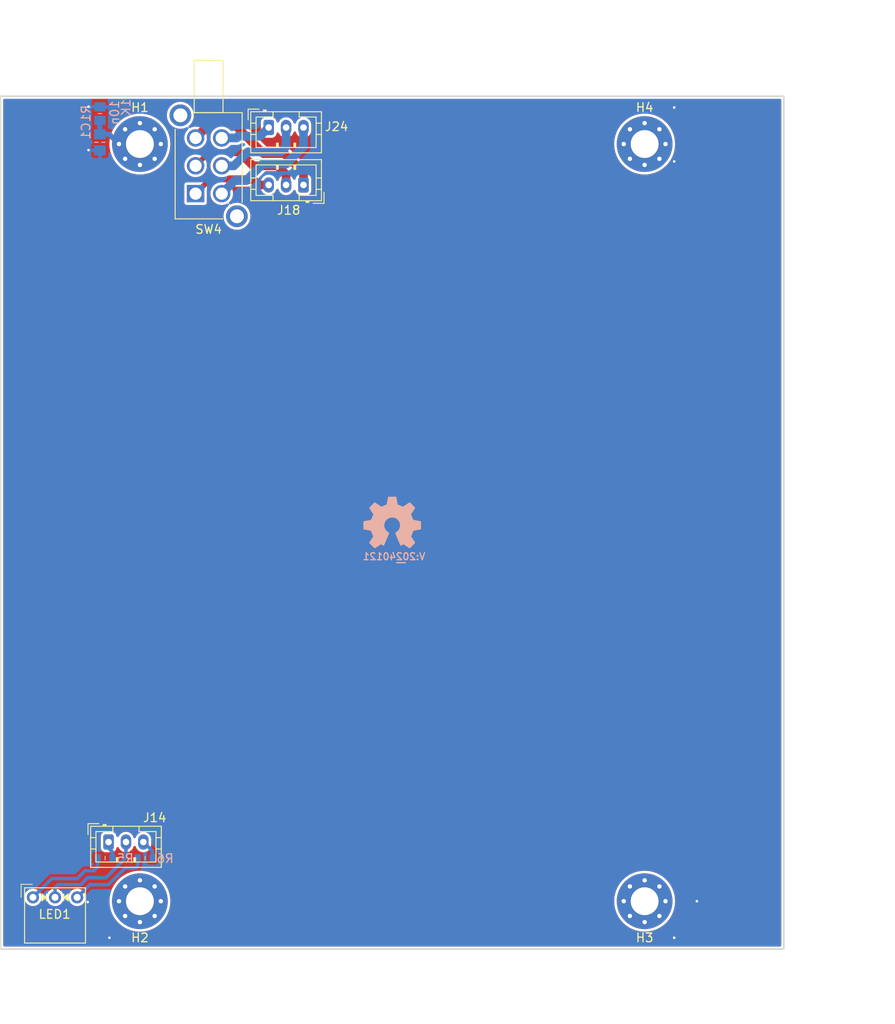
<source format=kicad_pcb>
(kicad_pcb (version 20221018) (generator pcbnew)
  (layers (0 "F.Cu" mixed) (31 "B.Cu" mixed) (34 "B.Paste" user) (35 "F.Paste" user) (36 "B.SilkS" user "B.Silkscreen") (37 "F.SilkS" user "F.Silkscreen") (38 "B.Mask" user) (39 "F.Mask" user) (44 "Edge.Cuts" user))
  (net 0 "")
  (net 1 "GND")
  (net 2 "Net-(C1-Pad1)")
  (net 3 "Net-(J14-Pin_1)")
  (net 4 "Net-(J14-Pin_2)")
  (net 5 "Net-(J14-Pin_3)")
  (net 6 "Net-(J18-Pin_3)")
  (net 7 "Net-(J18-Pin_2)")
  (net 8 "Net-(J18-Pin_1)")
  (net 9 "Net-(J24-Pin_3)")
  (net 10 "Net-(J24-Pin_2)")
  (net 11 "Net-(J24-Pin_1)")
  (net 12 "Net-(LED1-A1)")
  (net 13 "Net-(LED1-A2)")
  (footprint "SquantorPcbOutline:MountingHole_3.2mm_M3_Pad_Via" (layer "F.Cu") (at 129.5 48)
    (fp_text reference "H1" (at 0 -4.2) (layer "F.SilkS"))
    (fp_text value "M3")
    (pad "1" thru_hole circle (at -2.4 0) (size 0.9 0.9) (drill 0.5) (layers "*.Cu" "*.Mask") (net 2 "Net-(C1-Pad1)"))
    (pad "1" thru_hole circle (at -1.697056 -1.697056) (size 0.9 0.9) (drill 0.5) (layers "*.Cu" "*.Mask") (net 2 "Net-(C1-Pad1)"))
    (pad "1" thru_hole circle (at -1.697056 1.697056) (size 0.9 0.9) (drill 0.5) (layers "*.Cu" "*.Mask") (net 2 "Net-(C1-Pad1)"))
    (pad "1" thru_hole circle (at 0 -2.4) (size 0.9 0.9) (drill 0.5) (layers "*.Cu" "*.Mask") (net 2 "Net-(C1-Pad1)"))
    (pad "1" thru_hole circle (at 0 0) (size 6.4 6.4) (drill 3.2) (layers "*.Cu" "*.Mask") (net 2 "Net-(C1-Pad1)"))
    (pad "1" thru_hole circle (at 0 2.4) (size 0.9 0.9) (drill 0.5) (layers "*.Cu" "*.Mask") (net 2 "Net-(C1-Pad1)"))
    (pad "1" thru_hole circle (at 1.697056 -1.697056) (size 0.9 0.9) (drill 0.5) (layers "*.Cu" "*.Mask") (net 2 "Net-(C1-Pad1)"))
    (pad "1" thru_hole circle (at 1.697056 1.697056) (size 0.9 0.9) (drill 0.5) (layers "*.Cu" "*.Mask") (net 2 "Net-(C1-Pad1)"))
    (pad "1" thru_hole circle (at 2.4 0) (size 0.9 0.9) (drill 0.5) (layers "*.Cu" "*.Mask") (net 2 "Net-(C1-Pad1)"))
  )
  (footprint "SquantorPcbOutline:MountingHole_3.2mm_M3_Pad_Via" (layer "F.Cu") (at 129.5 135)
    (fp_text reference "H2" (at 0 4.2) (layer "F.SilkS"))
    (fp_text value "M3")
    (pad "1" thru_hole circle (at -2.4 0) (size 0.9 0.9) (drill 0.5) (layers "*.Cu" "*.Mask"))
    (pad "1" thru_hole circle (at -1.697056 -1.697056) (size 0.9 0.9) (drill 0.5) (layers "*.Cu" "*.Mask"))
    (pad "1" thru_hole circle (at -1.697056 1.697056) (size 0.9 0.9) (drill 0.5) (layers "*.Cu" "*.Mask"))
    (pad "1" thru_hole circle (at 0 -2.4) (size 0.9 0.9) (drill 0.5) (layers "*.Cu" "*.Mask"))
    (pad "1" thru_hole circle (at 0 0) (size 6.4 6.4) (drill 3.2) (layers "*.Cu" "*.Mask"))
    (pad "1" thru_hole circle (at 0 2.4) (size 0.9 0.9) (drill 0.5) (layers "*.Cu" "*.Mask"))
    (pad "1" thru_hole circle (at 1.697056 -1.697056) (size 0.9 0.9) (drill 0.5) (layers "*.Cu" "*.Mask"))
    (pad "1" thru_hole circle (at 1.697056 1.697056) (size 0.9 0.9) (drill 0.5) (layers "*.Cu" "*.Mask"))
    (pad "1" thru_hole circle (at 2.4 0) (size 0.9 0.9) (drill 0.5) (layers "*.Cu" "*.Mask"))
  )
  (footprint "SquantorPcbOutline:MountingHole_3.2mm_M3_Pad_Via" (layer "F.Cu") (at 187.5 135)
    (fp_text reference "H3" (at 0 4.2) (layer "F.SilkS"))
    (fp_text value "M3")
    (pad "1" thru_hole circle (at -2.4 0) (size 0.9 0.9) (drill 0.5) (layers "*.Cu" "*.Mask"))
    (pad "1" thru_hole circle (at -1.697056 -1.697056) (size 0.9 0.9) (drill 0.5) (layers "*.Cu" "*.Mask"))
    (pad "1" thru_hole circle (at -1.697056 1.697056) (size 0.9 0.9) (drill 0.5) (layers "*.Cu" "*.Mask"))
    (pad "1" thru_hole circle (at 0 -2.4) (size 0.9 0.9) (drill 0.5) (layers "*.Cu" "*.Mask"))
    (pad "1" thru_hole circle (at 0 0) (size 6.4 6.4) (drill 3.2) (layers "*.Cu" "*.Mask"))
    (pad "1" thru_hole circle (at 0 2.4) (size 0.9 0.9) (drill 0.5) (layers "*.Cu" "*.Mask"))
    (pad "1" thru_hole circle (at 1.697056 -1.697056) (size 0.9 0.9) (drill 0.5) (layers "*.Cu" "*.Mask"))
    (pad "1" thru_hole circle (at 1.697056 1.697056) (size 0.9 0.9) (drill 0.5) (layers "*.Cu" "*.Mask"))
    (pad "1" thru_hole circle (at 2.4 0) (size 0.9 0.9) (drill 0.5) (layers "*.Cu" "*.Mask"))
  )
  (footprint "SquantorPcbOutline:MountingHole_3.2mm_M3_Pad_Via" (layer "F.Cu") (at 187.5 48)
    (fp_text reference "H4" (at 0 -4.2) (layer "F.SilkS"))
    (fp_text value "M3")
    (pad "1" thru_hole circle (at -2.4 0) (size 0.9 0.9) (drill 0.5) (layers "*.Cu" "*.Mask"))
    (pad "1" thru_hole circle (at -1.697056 -1.697056) (size 0.9 0.9) (drill 0.5) (layers "*.Cu" "*.Mask"))
    (pad "1" thru_hole circle (at -1.697056 1.697056) (size 0.9 0.9) (drill 0.5) (layers "*.Cu" "*.Mask"))
    (pad "1" thru_hole circle (at 0 -2.4) (size 0.9 0.9) (drill 0.5) (layers "*.Cu" "*.Mask"))
    (pad "1" thru_hole circle (at 0 0) (size 6.4 6.4) (drill 3.2) (layers "*.Cu" "*.Mask"))
    (pad "1" thru_hole circle (at 0 2.4) (size 0.9 0.9) (drill 0.5) (layers "*.Cu" "*.Mask"))
    (pad "1" thru_hole circle (at 1.697056 -1.697056) (size 0.9 0.9) (drill 0.5) (layers "*.Cu" "*.Mask"))
    (pad "1" thru_hole circle (at 1.697056 1.697056) (size 0.9 0.9) (drill 0.5) (layers "*.Cu" "*.Mask"))
    (pad "1" thru_hole circle (at 2.4 0) (size 0.9 0.9) (drill 0.5) (layers "*.Cu" "*.Mask"))
  )
  (footprint "Connector_JST:JST_PH_B3B-PH-K_1x03_P2.00mm_Vertical" (layer "F.Cu") (at 125.9 128.2)
    (fp_text reference "J14" (at 5.3 -2.8) (layer "F.SilkS"))
    (fp_text value "Conn_01x03")
    (fp_line (start -2.36 -2.11) (end -2.36 -0.86) (stroke (width 0.12)) (layer "F.SilkS"))
    (fp_line (start -2.06 -1.81) (end -2.06 2.91) (stroke (width 0.12)) (layer "F.SilkS"))
    (fp_line (start -2.06 -0.5) (end -1.45 -0.5) (stroke (width 0.12)) (layer "F.SilkS"))
    (fp_line (start -2.06 0.8) (end -1.45 0.8) (stroke (width 0.12)) (layer "F.SilkS"))
    (fp_line (start -2.06 2.91) (end 6.06 2.91) (stroke (width 0.12)) (layer "F.SilkS"))
    (fp_line (start -1.45 -1.2) (end -1.45 2.3) (stroke (width 0.12)) (layer "F.SilkS"))
    (fp_line (start -1.45 2.3) (end 5.45 2.3) (stroke (width 0.12)) (layer "F.SilkS"))
    (fp_line (start -1.11 -2.11) (end -2.36 -2.11) (stroke (width 0.12)) (layer "F.SilkS"))
    (fp_line (start -0.6 -2.01) (end -0.6 -1.81) (stroke (width 0.12)) (layer "F.SilkS"))
    (fp_line (start -0.3 -2.01) (end -0.6 -2.01) (stroke (width 0.12)) (layer "F.SilkS"))
    (fp_line (start -0.3 -1.91) (end -0.6 -1.91) (stroke (width 0.12)) (layer "F.SilkS"))
    (fp_line (start -0.3 -1.81) (end -0.3 -2.01) (stroke (width 0.12)) (layer "F.SilkS"))
    (fp_line (start 0.5 -1.81) (end 0.5 -1.2) (stroke (width 0.12)) (layer "F.SilkS"))
    (fp_line (start 0.5 -1.2) (end -1.45 -1.2) (stroke (width 0.12)) (layer "F.SilkS"))
    (fp_line (start 0.9 1.8) (end 1.1 1.8) (stroke (width 0.12)) (layer "F.SilkS"))
    (fp_line (start 0.9 2.3) (end 0.9 1.8) (stroke (width 0.12)) (layer "F.SilkS"))
    (fp_line (start 1 2.3) (end 1 1.8) (stroke (width 0.12)) (layer "F.SilkS"))
    (fp_line (start 1.1 1.8) (end 1.1 2.3) (stroke (width 0.12)) (layer "F.SilkS"))
    (fp_line (start 2.9 1.8) (end 3.1 1.8) (stroke (width 0.12)) (layer "F.SilkS"))
    (fp_line (start 2.9 2.3) (end 2.9 1.8) (stroke (width 0.12)) (layer "F.SilkS"))
    (fp_line (start 3 2.3) (end 3 1.8) (stroke (width 0.12)) (layer "F.SilkS"))
    (fp_line (start 3.1 1.8) (end 3.1 2.3) (stroke (width 0.12)) (layer "F.SilkS"))
    (fp_line (start 3.5 -1.2) (end 3.5 -1.81) (stroke (width 0.12)) (layer "F.SilkS"))
    (fp_line (start 5.45 -1.2) (end 3.5 -1.2) (stroke (width 0.12)) (layer "F.SilkS"))
    (fp_line (start 5.45 2.3) (end 5.45 -1.2) (stroke (width 0.12)) (layer "F.SilkS"))
    (fp_line (start 6.06 -1.81) (end -2.06 -1.81) (stroke (width 0.12)) (layer "F.SilkS"))
    (fp_line (start 6.06 -0.5) (end 5.45 -0.5) (stroke (width 0.12)) (layer "F.SilkS"))
    (fp_line (start 6.06 0.8) (end 5.45 0.8) (stroke (width 0.12)) (layer "F.SilkS"))
    (fp_line (start 6.06 2.91) (end 6.06 -1.81) (stroke (width 0.12)) (layer "F.SilkS"))
    (pad "1" thru_hole roundrect (at 0 0) (size 1.2 1.75) (drill 0.75) (layers "*.Cu" "*.Mask") (roundrect_rratio 0.208333) (net 3 "Net-(J14-Pin_1)"))
    (pad "2" thru_hole oval (at 2 0) (size 1.2 1.75) (drill 0.75) (layers "*.Cu" "*.Mask") (net 4 "Net-(J14-Pin_2)"))
    (pad "3" thru_hole oval (at 4 0) (size 1.2 1.75) (drill 0.75) (layers "*.Cu" "*.Mask") (net 5 "Net-(J14-Pin_3)"))
  )
  (footprint "Connector_JST:JST_PH_B3B-PH-K_1x03_P2.00mm_Vertical" (layer "F.Cu") (at 144.3 46.1)
    (fp_text reference "J24" (at 7.8 -0.1) (layer "F.SilkS"))
    (fp_text value "Conn_01x03")
    (fp_line (start -2.36 -2.11) (end -2.36 -0.86) (stroke (width 0.12)) (layer "F.SilkS"))
    (fp_line (start -2.06 -1.81) (end -2.06 2.91) (stroke (width 0.12)) (layer "F.SilkS"))
    (fp_line (start -2.06 -0.5) (end -1.45 -0.5) (stroke (width 0.12)) (layer "F.SilkS"))
    (fp_line (start -2.06 0.8) (end -1.45 0.8) (stroke (width 0.12)) (layer "F.SilkS"))
    (fp_line (start -2.06 2.91) (end 6.06 2.91) (stroke (width 0.12)) (layer "F.SilkS"))
    (fp_line (start -1.45 -1.2) (end -1.45 2.3) (stroke (width 0.12)) (layer "F.SilkS"))
    (fp_line (start -1.45 2.3) (end 5.45 2.3) (stroke (width 0.12)) (layer "F.SilkS"))
    (fp_line (start -1.11 -2.11) (end -2.36 -2.11) (stroke (width 0.12)) (layer "F.SilkS"))
    (fp_line (start -0.6 -2.01) (end -0.6 -1.81) (stroke (width 0.12)) (layer "F.SilkS"))
    (fp_line (start -0.3 -2.01) (end -0.6 -2.01) (stroke (width 0.12)) (layer "F.SilkS"))
    (fp_line (start -0.3 -1.91) (end -0.6 -1.91) (stroke (width 0.12)) (layer "F.SilkS"))
    (fp_line (start -0.3 -1.81) (end -0.3 -2.01) (stroke (width 0.12)) (layer "F.SilkS"))
    (fp_line (start 0.5 -1.81) (end 0.5 -1.2) (stroke (width 0.12)) (layer "F.SilkS"))
    (fp_line (start 0.5 -1.2) (end -1.45 -1.2) (stroke (width 0.12)) (layer "F.SilkS"))
    (fp_line (start 0.9 1.8) (end 1.1 1.8) (stroke (width 0.12)) (layer "F.SilkS"))
    (fp_line (start 0.9 2.3) (end 0.9 1.8) (stroke (width 0.12)) (layer "F.SilkS"))
    (fp_line (start 1 2.3) (end 1 1.8) (stroke (width 0.12)) (layer "F.SilkS"))
    (fp_line (start 1.1 1.8) (end 1.1 2.3) (stroke (width 0.12)) (layer "F.SilkS"))
    (fp_line (start 2.9 1.8) (end 3.1 1.8) (stroke (width 0.12)) (layer "F.SilkS"))
    (fp_line (start 2.9 2.3) (end 2.9 1.8) (stroke (width 0.12)) (layer "F.SilkS"))
    (fp_line (start 3 2.3) (end 3 1.8) (stroke (width 0.12)) (layer "F.SilkS"))
    (fp_line (start 3.1 1.8) (end 3.1 2.3) (stroke (width 0.12)) (layer "F.SilkS"))
    (fp_line (start 3.5 -1.2) (end 3.5 -1.81) (stroke (width 0.12)) (layer "F.SilkS"))
    (fp_line (start 5.45 -1.2) (end 3.5 -1.2) (stroke (width 0.12)) (layer "F.SilkS"))
    (fp_line (start 5.45 2.3) (end 5.45 -1.2) (stroke (width 0.12)) (layer "F.SilkS"))
    (fp_line (start 6.06 -1.81) (end -2.06 -1.81) (stroke (width 0.12)) (layer "F.SilkS"))
    (fp_line (start 6.06 -0.5) (end 5.45 -0.5) (stroke (width 0.12)) (layer "F.SilkS"))
    (fp_line (start 6.06 0.8) (end 5.45 0.8) (stroke (width 0.12)) (layer "F.SilkS"))
    (fp_line (start 6.06 2.91) (end 6.06 -1.81) (stroke (width 0.12)) (layer "F.SilkS"))
    (pad "1" thru_hole roundrect (at 0 0) (size 1.2 1.75) (drill 0.75) (layers "*.Cu" "*.Mask") (roundrect_rratio 0.208333) (net 11 "Net-(J24-Pin_1)"))
    (pad "2" thru_hole oval (at 2 0) (size 1.2 1.75) (drill 0.75) (layers "*.Cu" "*.Mask") (net 10 "Net-(J24-Pin_2)"))
    (pad "3" thru_hole oval (at 4 0) (size 1.2 1.75) (drill 0.75) (layers "*.Cu" "*.Mask") (net 9 "Net-(J24-Pin_3)"))
  )
  (footprint "SquantorDiodes:LED_DUAL_TH245_90deg" (layer "F.Cu") (at 119.75 134.5575)
    (fp_text reference "LED1" (at -0.05 1.9425 unlocked) (layer "F.SilkS"))
    (fp_text value "LED_Dual_CC")
    (fp_line (start -3.9 -1.5) (end -3.9 0) (stroke (width 0.1)) (layer "F.SilkS"))
    (fp_line (start -3.9 -1.5) (end -2.6 -1.5) (stroke (width 0.1)) (layer "F.SilkS"))
    (fp_line (start -3.5 -1.1) (end 3.5 -1.1) (stroke (width 0.12)) (layer "F.SilkS"))
    (fp_line (start -3.5 5.25) (end -3.5 -1.1) (stroke (width 0.12)) (layer "F.SilkS"))
    (fp_line (start -3.5 5.25) (end 3.5 5.25) (stroke (width 0.12)) (layer "F.SilkS"))
    (fp_line (start -1 -0.4) (end -1 0.4) (stroke (width 0.12)) (layer "F.SilkS"))
    (fp_line (start 1 0.4) (end 1 -0.4) (stroke (width 0.12)) (layer "F.SilkS"))
    (fp_line (start 3.5 5.25) (end 3.5 -1.1) (stroke (width 0.12)) (layer "F.SilkS"))
    (fp_poly (pts (xy -1 0) (xy -1.5 0.4) (xy -1.5 -0.4)) (stroke (width 0.12)) (fill solid) (layer "F.SilkS"))
    (fp_poly (pts (xy 1 0) (xy 1.5 -0.4) (xy 1.5 0.4)) (stroke (width 0.12)) (fill solid) (layer "F.SilkS"))
    (pad "1" thru_hole circle (at -2.54 0) (size 1.4 1.4) (drill 0.8) (layers "*.Cu" "*.Mask") (net 12 "Net-(LED1-A1)"))
    (pad "2" thru_hole circle (at 0 0) (size 1.4 1.4) (drill 0.8) (layers "*.Cu" "*.Mask") (net 4 "Net-(J14-Pin_2)"))
    (pad "3" thru_hole circle (at 2.54 0) (size 1.4 1.4) (drill 0.8) (layers "*.Cu" "*.Mask") (net 13 "Net-(LED1-A2)"))
  )
  (footprint "Connector_JST:JST_PH_B3B-PH-K_1x03_P2.00mm_Vertical" (layer "F.Cu") (at 148.3 52.7 180)
    (fp_text reference "J18" (at 1.7 -2.9) (layer "F.SilkS"))
    (fp_text value "Conn_01x03")
    (fp_line (start -2.36 -2.11) (end -2.36 -0.86) (stroke (width 0.12)) (layer "F.SilkS"))
    (fp_line (start -2.06 -1.81) (end -2.06 2.91) (stroke (width 0.12)) (layer "F.SilkS"))
    (fp_line (start -2.06 -0.5) (end -1.45 -0.5) (stroke (width 0.12)) (layer "F.SilkS"))
    (fp_line (start -2.06 0.8) (end -1.45 0.8) (stroke (width 0.12)) (layer "F.SilkS"))
    (fp_line (start -2.06 2.91) (end 6.06 2.91) (stroke (width 0.12)) (layer "F.SilkS"))
    (fp_line (start -1.45 -1.2) (end -1.45 2.3) (stroke (width 0.12)) (layer "F.SilkS"))
    (fp_line (start -1.45 2.3) (end 5.45 2.3) (stroke (width 0.12)) (layer "F.SilkS"))
    (fp_line (start -1.11 -2.11) (end -2.36 -2.11) (stroke (width 0.12)) (layer "F.SilkS"))
    (fp_line (start -0.6 -2.01) (end -0.6 -1.81) (stroke (width 0.12)) (layer "F.SilkS"))
    (fp_line (start -0.3 -2.01) (end -0.6 -2.01) (stroke (width 0.12)) (layer "F.SilkS"))
    (fp_line (start -0.3 -1.91) (end -0.6 -1.91) (stroke (width 0.12)) (layer "F.SilkS"))
    (fp_line (start -0.3 -1.81) (end -0.3 -2.01) (stroke (width 0.12)) (layer "F.SilkS"))
    (fp_line (start 0.5 -1.81) (end 0.5 -1.2) (stroke (width 0.12)) (layer "F.SilkS"))
    (fp_line (start 0.5 -1.2) (end -1.45 -1.2) (stroke (width 0.12)) (layer "F.SilkS"))
    (fp_line (start 0.9 1.8) (end 1.1 1.8) (stroke (width 0.12)) (layer "F.SilkS"))
    (fp_line (start 0.9 2.3) (end 0.9 1.8) (stroke (width 0.12)) (layer "F.SilkS"))
    (fp_line (start 1 2.3) (end 1 1.8) (stroke (width 0.12)) (layer "F.SilkS"))
    (fp_line (start 1.1 1.8) (end 1.1 2.3) (stroke (width 0.12)) (layer "F.SilkS"))
    (fp_line (start 2.9 1.8) (end 3.1 1.8) (stroke (width 0.12)) (layer "F.SilkS"))
    (fp_line (start 2.9 2.3) (end 2.9 1.8) (stroke (width 0.12)) (layer "F.SilkS"))
    (fp_line (start 3 2.3) (end 3 1.8) (stroke (width 0.12)) (layer "F.SilkS"))
    (fp_line (start 3.1 1.8) (end 3.1 2.3) (stroke (width 0.12)) (layer "F.SilkS"))
    (fp_line (start 3.5 -1.2) (end 3.5 -1.81) (stroke (width 0.12)) (layer "F.SilkS"))
    (fp_line (start 5.45 -1.2) (end 3.5 -1.2) (stroke (width 0.12)) (layer "F.SilkS"))
    (fp_line (start 5.45 2.3) (end 5.45 -1.2) (stroke (width 0.12)) (layer "F.SilkS"))
    (fp_line (start 6.06 -1.81) (end -2.06 -1.81) (stroke (width 0.12)) (layer "F.SilkS"))
    (fp_line (start 6.06 -0.5) (end 5.45 -0.5) (stroke (width 0.12)) (layer "F.SilkS"))
    (fp_line (start 6.06 0.8) (end 5.45 0.8) (stroke (width 0.12)) (layer "F.SilkS"))
    (fp_line (start 6.06 2.91) (end 6.06 -1.81) (stroke (width 0.12)) (layer "F.SilkS"))
    (pad "1" thru_hole roundrect (at 0 0 180) (size 1.2 1.75) (drill 0.75) (layers "*.Cu" "*.Mask") (roundrect_rratio 0.208333) (net 8 "Net-(J18-Pin_1)"))
    (pad "2" thru_hole oval (at 2 0 180) (size 1.2 1.75) (drill 0.75) (layers "*.Cu" "*.Mask") (net 7 "Net-(J18-Pin_2)"))
    (pad "3" thru_hole oval (at 4 0 180) (size 1.2 1.75) (drill 0.75) (layers "*.Cu" "*.Mask") (net 6 "Net-(J18-Pin_3)"))
  )
  (footprint "SquantorSwitches:PS-22F02" (layer "F.Cu") (at 137.4 50.5 90)
    (fp_text reference "SW4" (at -7.3 0 unlocked) (layer "F.SilkS"))
    (fp_text value "switch_DPDT")
    (fp_line (start -6.1 1.6) (end -6.1 -3.85) (stroke (width 0.12)) (layer "F.SilkS"))
    (fp_line (start -4.2 3.85) (end 6.1 3.85) (stroke (width 0.12)) (layer "F.SilkS"))
    (fp_line (start 4.2 -3.85) (end -6.1 -3.85) (stroke (width 0.12)) (layer "F.SilkS"))
    (fp_line (start 6.1 -1.6) (end 6.1 3.85) (stroke (width 0.12)) (layer "F.SilkS"))
    (fp_rect (start 6.1 1.65) (end 12.1 -1.66) (stroke (width 0.12)) (fill none) (layer "F.SilkS"))
    (pad "1" thru_hole rect (at -3.2 -1.5 90) (size 2 2) (drill 1.4) (layers "*.Cu" "*.Mask") (net 6 "Net-(J18-Pin_3)"))
    (pad "2" thru_hole circle (at 0 -1.5 90) (size 2 2) (drill 1.4) (layers "*.Cu" "*.Mask") (net 7 "Net-(J18-Pin_2)"))
    (pad "3" thru_hole circle (at 3.2 -1.5 90) (size 2 2) (drill 1.4) (layers "*.Cu" "*.Mask") (net 8 "Net-(J18-Pin_1)"))
    (pad "4" thru_hole circle (at 3.2 1.5 90) (size 2 2) (drill 1.4) (layers "*.Cu" "*.Mask") (net 11 "Net-(J24-Pin_1)"))
    (pad "5" thru_hole circle (at 0 1.5 90) (size 2 2) (drill 1.4) (layers "*.Cu" "*.Mask") (net 10 "Net-(J24-Pin_2)"))
    (pad "6" thru_hole circle (at -3.2 1.5 90) (size 2 2) (drill 1.4) (layers "*.Cu" "*.Mask") (net 9 "Net-(J24-Pin_3)"))
    (pad "S" thru_hole circle (at -5.8 3.25 90) (size 2.5 2.5) (drill 1.6) (layers "*.Cu" "*.Mask"))
    (pad "S" thru_hole circle (at 5.8 -3.25 90) (size 2.5 2.5) (drill 1.6) (layers "*.Cu" "*.Mask"))
  )
  (footprint "Symbol:OSHW-Symbol_6.7x6mm_SilkScreen" (layer "B.Cu") (at 158.5 91.5 180)
    (fp_text reference "N1" hide)
    (fp_text value "OHWLOGO" hide)
    (fp_poly (pts (xy 0.555814 2.531069) (xy 0.639635 2.086445) (xy 0.94892 1.958947) (xy 1.258206 1.831449) (xy 1.629246 2.083754) (xy 1.733157 2.154004) (xy 1.827087 2.216728) (xy 1.906652 2.269062) (xy 1.96747 2.308143) (xy 2.005157 2.331107) (xy 2.015421 2.336058) (xy 2.03391 2.323324) (xy 2.07342 2.288118) (xy 2.129522 2.234938) (xy 2.197787 2.168282) (xy 2.273786 2.092646) (xy 2.353092 2.012528) (xy 2.431275 1.932426) (xy 2.503907 1.856836) (xy 2.566559 1.790255) (xy 2.614803 1.737182) (xy 2.64421 1.702113) (xy 2.651241 1.690377) (xy 2.641123 1.66874) (xy 2.612759 1.621338) (xy 2.569129 1.552807) (xy 2.513218 1.467785) (xy 2.448006 1.370907) (xy 2.410219 1.31565) (xy 2.341343 1.214752) (xy 2.28014 1.123701) (xy 2.229578 1.04703) (xy 2.192628 0.989272) (xy 2.172258 0.954957) (xy 2.169197 0.947746) (xy 2.176136 0.927252) (xy 2.195051 0.879487) (xy 2.223087 0.811168) (xy 2.257391 0.729011) (xy 2.295109 0.63973) (xy 2.333387 0.550042) (xy 2.36937 0.466662) (xy 2.400206 0.396306) (xy 2.423039 0.34569) (xy 2.435017 0.321529) (xy 2.435724 0.320578) (xy 2.454531 0.315964) (xy 2.504618 0.305672) (xy 2.580793 0.290713) (xy 2.677865 0.272099) (xy 2.790643 0.250841) (xy 2.856442 0.238582) (xy 2.97695 0.215638) (xy 3.085797 0.193805) (xy 3.177476 0.174278) (xy 3.246481 0.158252) (xy 3.287304 0.146921) (xy 3.295511 0.143326) (xy 3.303548 0.118994) (xy 3.310033 0.064041) (xy 3.31497 -0.015108) (xy 3.318364 -0.112026) (xy 3.320218 -0.220287) (xy 3.320538 -0.333465) (xy 3.319327 -0.445135) (xy 3.31659 -0.548868) (xy 3.312331 -0.638241) (xy 3.306555 -0.706826) (xy 3.299267 -0.748197) (xy 3.294895 -0.75681) (xy 3.268764 -0.767133) (xy 3.213393 -0.781892) (xy 3.136107 -0.799352) (xy 3.04423 -0.81778) (xy 3.012158 -0.823741) (xy 2.857524 -0.852066) (xy 2.735375 -0.874876) (xy 2.641673 -0.89308) (xy 2.572384 -0.907583) (xy 2.523471 -0.919292) (xy 2.490897 -0.929115) (xy 2.470628 -0.937956) (xy 2.458626 -0.946724) (xy 2.456947 -0.948457) (xy 2.440184 -0.976371) (xy 2.414614 -1.030695) (xy 2.382788 -1.104777) (xy 2.34726 -1.191965) (xy 2.310583 -1.285608) (xy 2.275311 -1.379052) (xy 2.243996 -1.465647) (xy 2.219193 -1.53874) (xy 2.203454 -1.591678) (xy 2.199332 -1.617811) (xy 2.199676 -1.618726) (xy 2.213641 -1.640086) (xy 2.245322 -1.687084) (xy 2.291391 -1.754827) (xy 2.348518 -1.838423) (xy 2.413373 -1.932982) (xy 2.431843 -1.959854) (xy 2.497699 -2.057275) (xy 2.55565 -2.146163) (xy 2.602538 -2.221412) (xy 2.635207 -2.27792) (xy 2.6505 -2.310581) (xy 2.651241 -2.314593) (xy 2.638392 -2.335684) (xy 2.602888 -2.377464) (xy 2.549293 -2.435445) (xy 2.482171 -2.505135) (xy 2.406087 -2.582045) (xy 2.325604 -2.661683) (xy 2.245287 -2.739561) (xy 2.169699 -2.811186) (xy 2.103405 -2.87207) (xy 2.050969 -2.917721) (xy 2.016955 -2.94365) (xy 2.007545 -2.947883) (xy 1.985643 -2.937912) (xy 1.9408 -2.91102) (xy 1.880321 -2.871736) (xy 1.833789 -2.840117) (xy 1.749475 -2.782098) (xy 1.649626 -2.713784) (xy 1.549473 -2.645579) (xy 1.495627 -2.609075) (xy 1.313371 -2.4858) (xy 1.160381 -2.56852) (xy 1.090682 -2.604759) (xy 1.031414 -2.632926) (xy 0.991311 -2.648991) (xy 0.981103 -2.651226) (xy 0.968829 -2.634722) (xy 0.944613 -2.588082) (xy 0.910263 -2.515609) (xy 0.867588 -2.421606) (xy 0.818394 -2.310374) (xy 0.76449 -2.186215) (xy 0.707684 -2.053432) (xy 0.649782 -1.916327) (xy 0.592593 -1.779202) (xy 0.537924 -1.646358) (xy 0.487584 -1.522098) (xy 0.44338 -1.410725) (xy 0.407119 -1.316539) (xy 0.380609 -1.243844) (xy 0.365658 -1.196941) (xy 0.363254 -1.180833) (xy 0.382311 -1.160286) (xy 0.424036 -1.126933) (xy 0.479706 -1.087702) (xy 0.484378 -1.084599) (xy 0.628264 -0.969423) (xy 0.744283 -0.835053) (xy 0.83143 -0.685784) (xy 0.888699 -0.525913) (xy 0.915086 -0.359737) (xy 0.909585 -0.191552) (xy 0.87119 -0.025655) (xy 0.798895 0.133658) (xy 0.777626 0.168513) (xy 0.666996 0.309263) (xy 0.536302 0.422286) (xy 0.390064 0.506997) (xy 0.232808 0.562806) (xy 0.069057 0.589126) (xy -0.096667 0.58537) (xy -0.259838 0.55095) (xy -0.415935 0.485277) (xy -0.560433 0.387765) (xy -0.605131 0.348187) (xy -0.718888 0.224297) (xy -0.801782 0.093876) (xy -0.858644 -0.052315) (xy -0.890313 -0.197088) (xy -0.898131 -0.35986) (xy -0.872062 -0.52344) (xy -0.814755 -0.682298) (xy -0.728856 -0.830906) (xy -0.617014 -0.963735) (xy -0.481877 -1.075256) (xy -0.464117 -1.087011) (xy -0.40785 -1.125508) (xy -0.365077 -1.158863) (xy -0.344628 -1.18016) (xy -0.344331 -1.180833) (xy -0.348721 -1.203871) (xy -0.366124 -1.256157) (xy -0.394732 -1.33339) (xy -0.432735 -1.431268) (xy -0.478326 -1.545491) (xy -0.529697 -1.671758) (xy -0.585038 -1.805767) (xy -0.642542 -1.943218) (xy -0.700399 -2.079808) (xy -0.756802 -2.211237) (xy -0.809942 -2.333205) (xy -0.85801 -2.441409) (xy -0.899199 -2.531549) (xy -0.931699 -2.599323) (xy -0.953703 -2.64043) (xy -0.962564 -2.651226) (xy -0.98964 -2.642819) (xy -1.040303 -2.620272) (xy -1.105817 -2.587613) (xy -1.141841 -2.56852) (xy -1.294832 -2.4858) (xy -1.477088 -2.609075) (xy -1.570125 -2.672228) (xy -1.671985 -2.741727) (xy -1.767438 -2.807165) (xy -1.81525 -2.840117) (xy -1.882495 -2.885273) (xy -1.939436 -2.921057) (xy -1.978646 -2.942938) (xy -1.991381 -2.947563) (xy -2.009917 -2.935085) (xy -2.050941 -2.900252) (xy -2.110475 -2.846678) (xy -2.184542 -2.777983) (xy -2.269165 -2.697781) (xy -2.322685 -2.646286) (xy -2.416319 -2.554286) (xy -2.497241 -2.471999) (xy -2.562177 -2.402945) (xy -2.607858 -2.350644) (xy -2.631011 -2.318616) (xy -2.633232 -2.312116) (xy -2.622924 -2.287394) (xy -2.594439 -2.237405) (xy -2.550937 -2.167212) (xy -2.495577 -2.081875) (xy -2.43152 -1.986456) (xy -2.413303 -1.959854) (xy -2.346927 -1.863167) (xy -2.287378 -1.776117) (xy -2.237984 -1.703595) (xy -2.202075 -1.650493) (xy -2.182981 -1.621703) (xy -2.181136 -1.618726) (xy -2.183895 -1.595782) (xy -2.198538 -1.545336) (xy -2.222513 -1.474041) (xy -2.253266 -1.388547) (xy -2.288244 -1.295507) (xy -2.324893 -1.201574) (xy -2.360661 -1.113399) (xy -2.392994 -1.037634) (xy -2.419338 -0.980931) (xy -2.437142 -0.949943) (xy -2.438407 -0.948457) (xy -2.449294 -0.939601) (xy -2.467682 -0.930843) (xy -2.497606 -0.921277) (xy -2.543103 -0.909996) (xy -2.608209 -0.896093) (xy -2.696961 -0.878663) (xy -2.813393 -0.856798) (xy -2.961542 -0.829591) (xy -2.993618 -0.823741) (xy -3.088686 -0.805374) (xy -3.171565 -0.787405) (xy -3.23493 -0.771569) (xy -3.271458 -0.7596) (xy -3.276356 -0.75681) (xy -3.284427 -0.732072) (xy -3.290987 -0.67679) (xy -3.296033 -0.597389) (xy -3.299559 -0.500296) (xy -3.301561 -0.391938) (xy -3.302036 -0.27874) (xy -3.300977 -0.167128) (xy -3.298382 -0.063529) (xy -3.294246 0.025632) (xy -3.288563 0.093928) (xy -3.281331 0.134934) (xy -3.276971 0.143326) (xy -3.252698 0.151792) (xy -3.197426 0.165565) (xy -3.116662 0.18345) (xy -3.015912 0.204252) (xy -2.900683 0.226777) (xy -2.837902 0.238582) (xy -2.718787 0.260849) (xy -2.612565 0.281021) (xy -2.524427 0.298085) (xy -2.459566 0.311031) (xy -2.423174 0.318845) (xy -2.417184 0.320578) (xy -2.407061 0.34011) (xy -2.385662 0.387157) (xy -2.355839 0.454997) (xy -2.320445 0.536909) (xy -2.282332 0.626172) (xy -2.244353 0.716065) (xy -2.20936 0.799865) (xy -2.180206 0.870853) (xy -2.159743 0.922306) (xy -2.150823 0.947503) (xy -2.150657 0.948604) (xy -2.160769 0.968481) (xy -2.189117 1.014223) (xy -2.232723 1.081283) (xy -2.288606 1.165116) (xy -2.353787 1.261174) (xy -2.391679 1.31635) (xy -2.460725 1.417519) (xy -2.52205 1.50937) (xy -2.572663 1.587256) (xy -2.609571 1.646531) (xy -2.629782 1.682549) (xy -2.632701 1.690623) (xy -2.620153 1.709416) (xy -2.585463 1.749543) (xy -2.533063 1.806507) (xy -2.467384 1.875815) (xy -2.392856 1.952969) (xy -2.313913 2.033475) (xy -2.234983 2.112837) (xy -2.1605 2.18656) (xy -2.094894 2.250148) (xy -2.042596 2.299106) (xy -2.008039 2.328939) (xy -1.996478 2.336058) (xy -1.977654 2.326047) (xy -1.932631 2.297922) (xy -1.865787 2.254546) (xy -1.781499 2.198782) (xy -1.684144 2.133494) (xy -1.610707 2.083754) (xy -1.239667 1.831449) (xy -0.621095 2.086445) (xy -0.537275 2.531069) (xy -0.453454 2.975693) (xy 0.471994 2.975693) (xy 0.555814 2.531069)) (stroke (width 0.01)) (fill solid) (layer "B.SilkS"))
  )
  (footprint "SquantorLabels:Label_Generic" (layer "B.Cu") (at 159.5 95.5 180)
    (fp_text reference "N2" hide)
    (fp_text value "V:20240121" (at 0.8 0.1) (layer "B.SilkS") (effects (font (size 0.8 0.8)) (justify mirror)))
    (fp_line (start -0.5 -0.6) (end 0.5 -0.6) (stroke (width 0.15)) (layer "B.SilkS"))
  )
  (footprint "SquantorRcl:R_0603_hand" (layer "B.Cu") (at 130.1 130.05)
    (fp_text reference "R6" (at 2.3 0.05) (layer "B.SilkS") (effects (justify mirror)))
    (fp_text value "R")
    (fp_line (start 0 0.2) (end 0 -0.2) (stroke (width 0.12)) (layer "B.SilkS"))
    (pad "1" smd roundrect (at -0.85 0) (size 0.7 0.9) (layers "B.Cu" "B.Paste" "B.Mask") (roundrect_rratio 0.1428571429) (net 13 "Net-(LED1-A2)"))
    (pad "2" smd roundrect (at 0.85 0) (size 0.7 0.9) (layers "B.Cu" "B.Paste" "B.Mask") (roundrect_rratio 0.1428571429) (net 5 "Net-(J14-Pin_3)"))
  )
  (footprint "SquantorRcl:R_0603_hand" (layer "B.Cu") (at 125.5 130.05)
    (fp_text reference "R5" (at 2.3 0.05) (layer "B.SilkS") (effects (justify mirror)))
    (fp_text value "R")
    (fp_line (start 0 0.2) (end 0 -0.2) (stroke (width 0.12)) (layer "B.SilkS"))
    (pad "1" smd roundrect (at -0.85 0) (size 0.7 0.9) (layers "B.Cu" "B.Paste" "B.Mask") (roundrect_rratio 0.1428571429) (net 12 "Net-(LED1-A1)"))
    (pad "2" smd roundrect (at 0.85 0) (size 0.7 0.9) (layers "B.Cu" "B.Paste" "B.Mask") (roundrect_rratio 0.1428571429) (net 3 "Net-(J14-Pin_1)"))
  )
  (footprint "SquantorRcl:C_0805+0603" (layer "B.Cu") (at 124.9 47.8 -90)
    (fp_text reference "C1" (at -1.3 1.6 -270) (layer "B.SilkS") (effects (justify mirror)))
    (fp_text value "10n" (at -3.4 -1.7 90) (layer "B.SilkS") (effects (justify mirror)))
    (fp_line (start 0 -0.6) (end 0 -0.2) (stroke (width 0.12)) (layer "B.SilkS"))
    (fp_line (start 0 0.6) (end 0 0.2) (stroke (width 0.12)) (layer "B.SilkS"))
    (pad "1" smd rect (at -0.925 0 270) (size 1.15 1.35) (layers "B.Cu" "B.Paste" "B.Mask") (net 2 "Net-(C1-Pad1)"))
    (pad "2" smd rect (at 0.925 0 270) (size 1.15 1.35) (layers "B.Cu" "B.Paste" "B.Mask") (net 1 "GND"))
  )
  (footprint "SquantorRcl:R_0805+0603" (layer "B.Cu") (at 124.9 44.5 90)
    (fp_text reference "R1" (at 0 -1.6 90) (layer "B.SilkS") (effects (justify mirror)))
    (fp_text value "1K" (at 0.7 3 90) (layer "B.SilkS") (effects (justify mirror)))
    (fp_line (start 0 0.2) (end 0 -0.2) (stroke (width 0.12)) (layer "B.SilkS"))
    (pad "1" smd rect (at -0.775 0 90) (size 1.05 1.3) (layers "B.Cu" "B.Paste" "B.Mask") (net 2 "Net-(C1-Pad1)"))
    (pad "2" smd rect (at 0.775 0 90) (size 1.05 1.3) (layers "B.Cu" "B.Paste" "B.Mask") (net 1 "GND"))
  )
  (gr_line (start 113.5 140.5) (end 203.5 140.5) (stroke (width 0.15)) (layer "Edge.Cuts"))
  (gr_line (start 113.5 42.5) (end 113.5 140.5) (stroke (width 0.15)) (layer "Edge.Cuts"))
  (gr_line (start 203.5 140.5) (end 203.5 42.5) (stroke (width 0.15)) (layer "Edge.Cuts"))
  (gr_line (start 203.5 42.5) (end 113.5 42.5) (stroke (width 0.15)) (layer "Edge.Cuts"))
  (via (at 123.6 43.7) (size 0.7) (drill 0.3) (layers "F.Cu" "B.Cu") (net 1))
  (via (at 190.9 50) (size 0.7) (drill 0.3) (layers "F.Cu" "B.Cu") (net 1))
  (via (at 190.9 43.8) (size 0.7) (drill 0.3) (layers "F.Cu" "B.Cu") (net 1))
  (via (at 126 139.2) (size 0.7) (drill 0.3) (layers "F.Cu" "B.Cu") (net 1))
  (via (at 123.5 135.1) (size 0.7) (drill 0.3) (layers "F.Cu" "B.Cu") (net 1))
  (via (at 123.6 48.7) (size 0.7) (drill 0.3) (layers "F.Cu" "B.Cu") (net 1))
  (via (at 190.9 139.2) (size 0.7) (drill 0.3) (layers "F.Cu" "B.Cu") (net 1))
  (via (at 193.5 135) (size 0.7) (drill 0.3) (layers "F.Cu" "B.Cu") (net 1))
  (segment (start 124.9 45.275) (end 124.9 46.875) (width 0.6) (layer "B.Cu") (net 2))
  (segment (start 124.9 46.875) (end 125.975 46.875) (width 0.6) (layer "B.Cu") (net 2))
  (segment (start 125.975 46.875) (end 127.1 48) (width 0.6) (layer "B.Cu") (net 2))
  (segment (start 126.35 129.35) (end 125.9 128.9) (width 0.4) (layer "B.Cu") (net 3))
  (segment (start 125.9 128.9) (end 125.9 128.2) (width 0.4) (layer "B.Cu") (net 3))
  (segment (start 126.35 130.05) (end 126.35 129.35) (width 0.4) (layer "B.Cu") (net 3))
  (segment (start 127.9 128.2) (end 127.9 130) (width 0.4) (layer "B.Cu") (net 4))
  (segment (start 122.7 133.1) (end 120.1 133.1) (width 0.4) (layer "B.Cu") (net 4))
  (segment (start 120.1 133.1) (end 119.75 133.45) (width 0.4) (layer "B.Cu") (net 4))
  (segment (start 127.9 130) (end 125.6 132.3) (width 0.4) (layer "B.Cu") (net 4))
  (segment (start 123.5 132.3) (end 122.7 133.1) (width 0.4) (layer "B.Cu") (net 4))
  (segment (start 125.6 132.3) (end 123.5 132.3) (width 0.4) (layer "B.Cu") (net 4))
  (segment (start 119.75 133.45) (end 119.75 134.5575) (width 0.4) (layer "B.Cu") (net 4))
  (segment (start 130.95 130.05) (end 130.95 129.25) (width 0.4) (layer "B.Cu") (net 5))
  (segment (start 130.95 129.25) (end 129.9 128.2) (width 0.4) (layer "B.Cu") (net 5))
  (segment (start 135.9 53.7) (end 137.5 52.1) (width 0.6) (layer "F.Cu") (net 6))
  (segment (start 144.3 52.7) (end 143.1 52.7) (width 1) (layer "F.Cu") (net 6))
  (segment (start 143.1 52.7) (end 142.5 52.1) (width 1) (layer "F.Cu") (net 6))
  (segment (start 142.5 52.1) (end 139.8 52.1) (width 1) (layer "F.Cu") (net 6))
  (segment (start 137.5 52.1) (end 139.8 52.1) (width 0.6) (layer "F.Cu") (net 6))
  (segment (start 137.5 48.9) (end 139.8 48.9) (width 0.6) (layer "F.Cu") (net 7))
  (segment (start 146.3 51.5) (end 145.9 51.1) (width 1) (layer "F.Cu") (net 7))
  (segment (start 145.9 51.1) (end 145.3 50.5) (width 1) (layer "F.Cu") (net 7))
  (segment (start 141.2 49.2) (end 140.9 48.9) (width 1) (layer "F.Cu") (net 7))
  (segment (start 145.3 50.5) (end 144.4 50.5) (width 1) (layer "F.Cu") (net 7))
  (segment (start 146.3 52.7) (end 146.3 51.5) (width 1) (layer "F.Cu") (net 7))
  (segment (start 135.9 50.5) (end 137.5 48.9) (width 0.6) (layer "F.Cu") (net 7))
  (segment (start 140.9 48.9) (end 139.8 48.9) (width 1) (layer "F.Cu") (net 7))
  (segment (start 144.4 50.5) (end 142.5 50.5) (width 1) (layer "F.Cu") (net 7))
  (segment (start 142.5 50.5) (end 141.2 49.2) (width 1) (layer "F.Cu") (net 7))
  (segment (start 148.3 51.3) (end 146.1 49.1) (width 1) (layer "F.Cu") (net 8))
  (segment (start 148.3 52.7) (end 148.3 51.3) (width 1) (layer "F.Cu") (net 8))
  (segment (start 146.1 49.1) (end 143.7 49.1) (width 1) (layer "F.Cu") (net 8))
  (segment (start 139.9 45.3) (end 137.9 45.3) (width 1) (layer "F.Cu") (net 8))
  (segment (start 137.9 45.3) (end 135.9 47.3) (width 1) (layer "F.Cu") (net 8))
  (segment (start 143.7 49.1) (end 139.9 45.3) (width 1) (layer "F.Cu") (net 8))
  (segment (start 143.6 50.3) (end 146.3 50.3) (width 1) (layer "B.Cu") (net 9))
  (segment (start 141.7 52.2) (end 143.6 50.3) (width 1) (layer "B.Cu") (net 9))
  (segment (start 138.9 53.7) (end 140.4 52.2) (width 1) (layer "B.Cu") (net 9))
  (segment (start 140.4 52.2) (end 141.7 52.2) (width 1) (layer "B.Cu") (net 9))
  (segment (start 148.3 48.3) (end 148.3 46.1) (width 1) (layer "B.Cu") (net 9))
  (segment (start 146.3 50.3) (end 148.3 48.3) (width 1) (layer "B.Cu") (net 9))
  (segment (start 140.3 50.5) (end 141.9 48.9) (width 1) (layer "B.Cu") (net 10))
  (segment (start 145.7 48.9) (end 146.3 48.3) (width 1) (layer "B.Cu") (net 10))
  (segment (start 141.9 48.9) (end 145.7 48.9) (width 1) (layer "B.Cu") (net 10))
  (segment (start 138.9 50.5) (end 140.3 50.5) (width 1) (layer "B.Cu") (net 10))
  (segment (start 146.3 48.3) (end 146.3 46.1) (width 1) (layer "B.Cu") (net 10))
  (segment (start 143.3 47.1) (end 144.3 46.1) (width 1) (layer "B.Cu") (net 11))
  (segment (start 140.8 47.1) (end 143.3 47.1) (width 1) (layer "B.Cu") (net 11))
  (segment (start 140.6 47.3) (end 140.8 47.1) (width 1) (layer "B.Cu") (net 11))
  (segment (start 138.9 47.3) (end 140.6 47.3) (width 1) (layer "B.Cu") (net 11))
  (segment (start 122.3 132.4) (end 123.2 131.5) (width 0.4) (layer "B.Cu") (net 12))
  (segment (start 117.21 134.5575) (end 119.3675 132.4) (width 0.4) (layer "B.Cu") (net 12))
  (segment (start 119.3675 132.4) (end 122.3 132.4) (width 0.4) (layer "B.Cu") (net 12))
  (segment (start 123.2 131.5) (end 124.2 131.5) (width 0.4) (layer "B.Cu") (net 12))
  (segment (start 124.2 131.5) (end 124.65 131.05) (width 0.4) (layer "B.Cu") (net 12))
  (segment (start 124.65 131.05) (end 124.65 130.05) (width 0.4) (layer "B.Cu") (net 12))
  (segment (start 125.9 133.1) (end 127.8 131.2) (width 0.4) (layer "B.Cu") (net 13))
  (segment (start 123.7475 133.1) (end 125.9 133.1) (width 0.4) (layer "B.Cu") (net 13))
  (segment (start 127.8 131.2) (end 129 131.2) (width 0.4) (layer "B.Cu") (net 13))
  (segment (start 129 131.2) (end 129.25 130.95) (width 0.4) (layer "B.Cu") (net 13))
  (segment (start 129.25 130.95) (end 129.25 130.05) (width 0.4) (layer "B.Cu") (net 13))
  (segment (start 122.29 134.5575) (end 123.7475 133.1) (width 0.4) (layer "B.Cu") (net 13))
  (zone (net 1) (net_name "GND") (layers "F&B.Cu") (connect_pads (clearance 0.3)) (min_thickness 0.3) (fill yes (thermal_gap 0.3) (thermal_bridge_width 0.4))
    (polygon (pts (xy 203.5 140.5) (xy 113.5 140.5) (xy 113.5 42.5) (xy 203.5 42.5)))
  )
)
</source>
